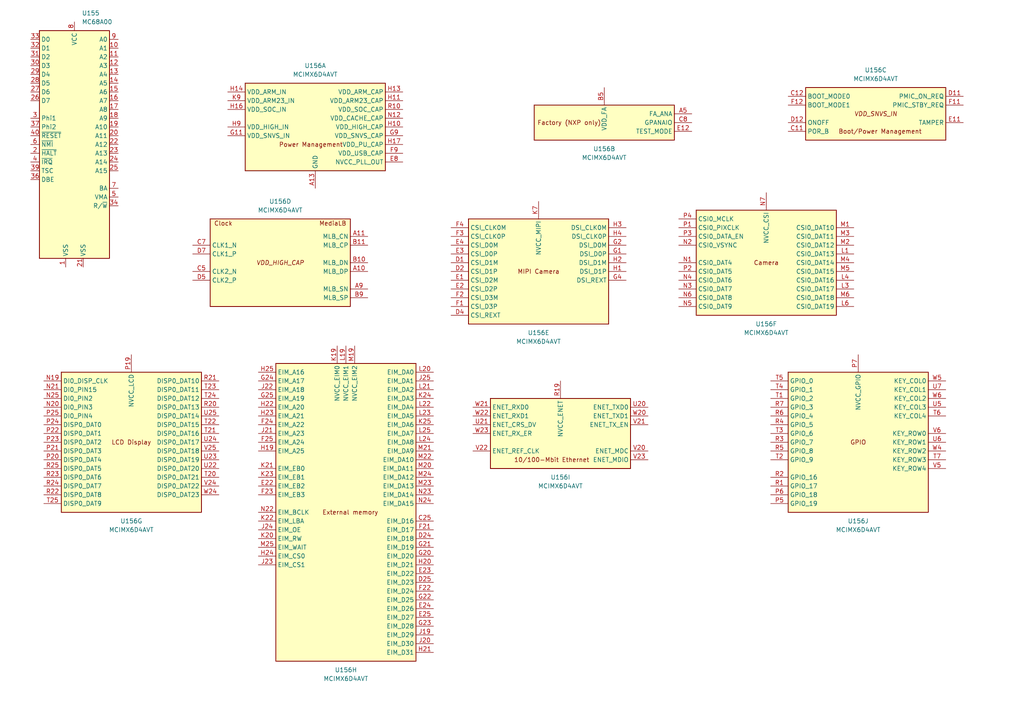
<source format=kicad_sch>
(kicad_sch (version 20250114) (generator "eeschema") (generator_version "9.0")
  (paper "A4")
  (symbol (lib_id "CPU_NXP_IMX:MCIMX6D4AVT") (at 222.25 76.2 0) (unit 6)
    (property "Reference" "U156" (at 222.25 93.98 0))
    (property "Value" "MCIMX6D4AVT" (at 222.25 96.52 0))
    (property "Footprint" "Package_BGA:BGA-624_21x21mm_Layout25x25_P0.8mm" (effects (hide yes)))
    (property "Datasheet" "https://www.nxp.com/docs/en/data-sheet/IMX6DQAEC.pdf" (effects (hide yes)))
    (property "Description" "i.MX 6Dual Automotive and Infotainment Application Processor, BGA-624" (effects (hide yes)))
  )
  (symbol (lib_id "CPU_NXP_IMX:MCIMX6D4AVT") (at 156.21 78.74 0) (unit 5)
    (property "Reference" "U156" (at 156.21 96.52 0))
    (property "Value" "MCIMX6D4AVT" (at 156.21 99.06 0))
    (property "Footprint" "Package_BGA:BGA-624_21x21mm_Layout25x25_P0.8mm" (effects (hide yes)))
    (property "Datasheet" "https://www.nxp.com/docs/en/data-sheet/IMX6DQAEC.pdf" (effects (hide yes)))
    (property "Description" "i.MX 6Dual Automotive and Infotainment Application Processor, BGA-624" (effects (hide yes)))
  )
  (symbol (lib_id "CPU_NXP_IMX:MCIMX6D4AVT") (at 162.56 125.73 0) (unit 9)
    (property "Reference" "U156" (at 162.56 138.43 0))
    (property "Value" "MCIMX6D4AVT" (at 162.56 140.97 0))
    (property "Footprint" "Package_BGA:BGA-624_21x21mm_Layout25x25_P0.8mm" (effects (hide yes)))
    (property "Datasheet" "https://www.nxp.com/docs/en/data-sheet/IMX6DQAEC.pdf" (effects (hide yes)))
    (property "Description" "i.MX 6Dual Automotive and Infotainment Application Processor, BGA-624" (effects (hide yes)))
  )
  (symbol (lib_id "CPU_NXP_IMX:MCIMX6D4AVT") (at 248.92 128.27 0) (unit 10)
    (property "Reference" "U156" (at 248.92 151.13 0))
    (property "Value" "MCIMX6D4AVT" (at 248.92 153.67 0))
    (property "Footprint" "Package_BGA:BGA-624_21x21mm_Layout25x25_P0.8mm" (effects (hide yes)))
    (property "Datasheet" "https://www.nxp.com/docs/en/data-sheet/IMX6DQAEC.pdf" (effects (hide yes)))
    (property "Description" "i.MX 6Dual Automotive and Infotainment Application Processor, BGA-624" (effects (hide yes)))
  )
  (symbol (lib_id "CPU_NXP_IMX:MCIMX6D4AVT") (at 100.33 148.59 0) (unit 8)
    (property "Reference" "U156" (at 100.33 194.31 0))
    (property "Value" "MCIMX6D4AVT" (at 100.33 196.85 0))
    (property "Footprint" "Package_BGA:BGA-624_21x21mm_Layout25x25_P0.8mm" (effects (hide yes)))
    (property "Datasheet" "https://www.nxp.com/docs/en/data-sheet/IMX6DQAEC.pdf" (effects (hide yes)))
    (property "Description" "i.MX 6Dual Automotive and Infotainment Application Processor, BGA-624" (effects (hide yes)))
  )
  (symbol (lib_id "CPU_NXP_6800:MC68A00") (at 21.59 41.91 0) (unit 1)
    (property "Reference" "U155" (at 23.7333 3.81 0) (effects (justify left)))
    (property "Value" "MC68A00" (at 23.7333 6.35 0) (effects (justify left)))
    (property "Footprint" "Package_DIP:DIP-40_W15.24mm" (effects (hide yes)))
    (property "Datasheet" "http://pdf.datasheetcatalog.com/datasheet/motorola/MC68A00L.pdf" (effects (hide yes)))
    (property "Description" "8-Bit Microprocessing unit 1.5MHz, DIP-40" (effects (hide yes)))
  )
  (symbol (lib_id "CPU_NXP_IMX:MCIMX6D4AVT") (at 254 33.02 0) (unit 3)
    (property "Reference" "U156" (at 254 20.32 0))
    (property "Value" "MCIMX6D4AVT" (at 254 22.86 0))
    (property "Footprint" "Package_BGA:BGA-624_21x21mm_Layout25x25_P0.8mm" (effects (hide yes)))
    (property "Datasheet" "https://www.nxp.com/docs/en/data-sheet/IMX6DQAEC.pdf" (effects (hide yes)))
    (property "Description" "i.MX 6Dual Automotive and Infotainment Application Processor, BGA-624" (effects (hide yes)))
  )
  (symbol (lib_id "CPU_NXP_IMX:MCIMX6D4AVT") (at 91.44 36.83 0) (unit 1)
    (property "Reference" "U156" (at 91.44 19.05 0))
    (property "Value" "MCIMX6D4AVT" (at 91.44 21.59 0))
    (property "Footprint" "Package_BGA:BGA-624_21x21mm_Layout25x25_P0.8mm" (effects (hide yes)))
    (property "Datasheet" "https://www.nxp.com/docs/en/data-sheet/IMX6DQAEC.pdf" (effects (hide yes)))
    (property "Description" "i.MX 6Dual Automotive and Infotainment Application Processor, BGA-624" (effects (hide yes)))
  )
  (symbol (lib_id "CPU_NXP_IMX:MCIMX6D4AVT") (at 175.26 35.56 0) (unit 2)
    (property "Reference" "U156" (at 175.26 43.18 0))
    (property "Value" "MCIMX6D4AVT" (at 175.26 45.72 0))
    (property "Footprint" "Package_BGA:BGA-624_21x21mm_Layout25x25_P0.8mm" (effects (hide yes)))
    (property "Datasheet" "https://www.nxp.com/docs/en/data-sheet/IMX6DQAEC.pdf" (effects (hide yes)))
    (property "Description" "i.MX 6Dual Automotive and Infotainment Application Processor, BGA-624" (effects (hide yes)))
  )
  (symbol (lib_id "CPU_NXP_IMX:MCIMX6D4AVT") (at 38.1 128.27 0) (unit 7)
    (property "Reference" "U156" (at 38.1 151.13 0))
    (property "Value" "MCIMX6D4AVT" (at 38.1 153.67 0))
    (property "Footprint" "Package_BGA:BGA-624_21x21mm_Layout25x25_P0.8mm" (effects (hide yes)))
    (property "Datasheet" "https://www.nxp.com/docs/en/data-sheet/IMX6DQAEC.pdf" (effects (hide yes)))
    (property "Description" "i.MX 6Dual Automotive and Infotainment Application Processor, BGA-624" (effects (hide yes)))
  )
  (symbol (lib_id "CPU_NXP_IMX:MCIMX6D4AVT") (at 81.28 76.2 0) (unit 4)
    (property "Reference" "U156" (at 81.28 58.42 0))
    (property "Value" "MCIMX6D4AVT" (at 81.28 60.96 0))
    (property "Footprint" "Package_BGA:BGA-624_21x21mm_Layout25x25_P0.8mm" (effects (hide yes)))
    (property "Datasheet" "https://www.nxp.com/docs/en/data-sheet/IMX6DQAEC.pdf" (effects (hide yes)))
    (property "Description" "i.MX 6Dual Automotive and Infotainment Application Processor, BGA-624" (effects (hide yes)))
  )
)
</source>
